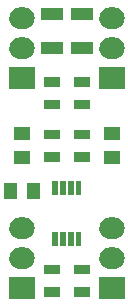
<source format=gbr>
G04 #@! TF.FileFunction,Soldermask,Top*
%FSLAX46Y46*%
G04 Gerber Fmt 4.6, Leading zero omitted, Abs format (unit mm)*
G04 Created by KiCad (PCBNEW 4.0.2-stable) date Friday, April 10, 2020 'PMt' 07:46:05 PM*
%MOMM*%
G01*
G04 APERTURE LIST*
%ADD10C,0.100000*%
G04 APERTURE END LIST*
D10*
G36*
X3607000Y1625400D02*
X1473000Y1625400D01*
X1473000Y3454600D01*
X3607000Y3454600D01*
X3607000Y1625400D01*
X3607000Y1625400D01*
G37*
G36*
X11227000Y1625400D02*
X9093000Y1625400D01*
X9093000Y3454600D01*
X11227000Y3454600D01*
X11227000Y1625400D01*
X11227000Y1625400D01*
G37*
G36*
X5781000Y1824000D02*
X4379000Y1824000D01*
X4379000Y2626000D01*
X5781000Y2626000D01*
X5781000Y1824000D01*
X5781000Y1824000D01*
G37*
G36*
X8321000Y1824000D02*
X6919000Y1824000D01*
X6919000Y2626000D01*
X8321000Y2626000D01*
X8321000Y1824000D01*
X8321000Y1824000D01*
G37*
G36*
X8321000Y3724000D02*
X6919000Y3724000D01*
X6919000Y4526000D01*
X8321000Y4526000D01*
X8321000Y3724000D01*
X8321000Y3724000D01*
G37*
G36*
X5781000Y3724000D02*
X4379000Y3724000D01*
X4379000Y4526000D01*
X5781000Y4526000D01*
X5781000Y3724000D01*
X5781000Y3724000D01*
G37*
G36*
X2708769Y5994522D02*
X2708770Y5994522D01*
X2710333Y5994511D01*
X2887719Y5974614D01*
X3057862Y5920641D01*
X3214282Y5834649D01*
X3351020Y5719912D01*
X3462868Y5580801D01*
X3545565Y5422615D01*
X3595963Y5251379D01*
X3595966Y5251348D01*
X3595967Y5251344D01*
X3612142Y5073613D01*
X3593488Y4896132D01*
X3593486Y4896127D01*
X3593483Y4896094D01*
X3540699Y4725578D01*
X3455801Y4568562D01*
X3342021Y4431027D01*
X3203695Y4318210D01*
X3046090Y4234410D01*
X2875210Y4182818D01*
X2697563Y4165400D01*
X2382377Y4165400D01*
X2371231Y4165478D01*
X2371230Y4165478D01*
X2369667Y4165489D01*
X2192281Y4185386D01*
X2022138Y4239359D01*
X1865718Y4325351D01*
X1728980Y4440088D01*
X1617132Y4579199D01*
X1534435Y4737385D01*
X1484037Y4908621D01*
X1484034Y4908652D01*
X1484033Y4908656D01*
X1467858Y5086387D01*
X1486512Y5263868D01*
X1486514Y5263873D01*
X1486517Y5263906D01*
X1539301Y5434422D01*
X1624199Y5591438D01*
X1737979Y5728973D01*
X1876305Y5841790D01*
X2033910Y5925590D01*
X2204790Y5977182D01*
X2382437Y5994600D01*
X2697623Y5994600D01*
X2708769Y5994522D01*
X2708769Y5994522D01*
G37*
G36*
X10328769Y5994522D02*
X10328770Y5994522D01*
X10330333Y5994511D01*
X10507719Y5974614D01*
X10677862Y5920641D01*
X10834282Y5834649D01*
X10971020Y5719912D01*
X11082868Y5580801D01*
X11165565Y5422615D01*
X11215963Y5251379D01*
X11215966Y5251348D01*
X11215967Y5251344D01*
X11232142Y5073613D01*
X11213488Y4896132D01*
X11213486Y4896127D01*
X11213483Y4896094D01*
X11160699Y4725578D01*
X11075801Y4568562D01*
X10962021Y4431027D01*
X10823695Y4318210D01*
X10666090Y4234410D01*
X10495210Y4182818D01*
X10317563Y4165400D01*
X10002377Y4165400D01*
X9991231Y4165478D01*
X9991230Y4165478D01*
X9989667Y4165489D01*
X9812281Y4185386D01*
X9642138Y4239359D01*
X9485718Y4325351D01*
X9348980Y4440088D01*
X9237132Y4579199D01*
X9154435Y4737385D01*
X9104037Y4908621D01*
X9104034Y4908652D01*
X9104033Y4908656D01*
X9087858Y5086387D01*
X9106512Y5263868D01*
X9106514Y5263873D01*
X9106517Y5263906D01*
X9159301Y5434422D01*
X9244199Y5591438D01*
X9357979Y5728973D01*
X9496305Y5841790D01*
X9653910Y5925590D01*
X9824790Y5977182D01*
X10002437Y5994600D01*
X10317623Y5994600D01*
X10328769Y5994522D01*
X10328769Y5994522D01*
G37*
G36*
X5626000Y6139000D02*
X5124000Y6139000D01*
X5124000Y7341000D01*
X5626000Y7341000D01*
X5626000Y6139000D01*
X5626000Y6139000D01*
G37*
G36*
X6276000Y6139000D02*
X5774000Y6139000D01*
X5774000Y7341000D01*
X6276000Y7341000D01*
X6276000Y6139000D01*
X6276000Y6139000D01*
G37*
G36*
X6926000Y6139000D02*
X6424000Y6139000D01*
X6424000Y7341000D01*
X6926000Y7341000D01*
X6926000Y6139000D01*
X6926000Y6139000D01*
G37*
G36*
X7576000Y6139000D02*
X7074000Y6139000D01*
X7074000Y7341000D01*
X7576000Y7341000D01*
X7576000Y6139000D01*
X7576000Y6139000D01*
G37*
G36*
X2708769Y8534522D02*
X2708770Y8534522D01*
X2710333Y8534511D01*
X2887719Y8514614D01*
X3057862Y8460641D01*
X3214282Y8374649D01*
X3351020Y8259912D01*
X3462868Y8120801D01*
X3545565Y7962615D01*
X3595963Y7791379D01*
X3595966Y7791348D01*
X3595967Y7791344D01*
X3612142Y7613613D01*
X3593488Y7436132D01*
X3593486Y7436127D01*
X3593483Y7436094D01*
X3540699Y7265578D01*
X3455801Y7108562D01*
X3342021Y6971027D01*
X3203695Y6858210D01*
X3046090Y6774410D01*
X2875210Y6722818D01*
X2697563Y6705400D01*
X2382377Y6705400D01*
X2371231Y6705478D01*
X2371230Y6705478D01*
X2369667Y6705489D01*
X2192281Y6725386D01*
X2022138Y6779359D01*
X1865718Y6865351D01*
X1728980Y6980088D01*
X1617132Y7119199D01*
X1534435Y7277385D01*
X1484037Y7448621D01*
X1484034Y7448652D01*
X1484033Y7448656D01*
X1467858Y7626387D01*
X1486512Y7803868D01*
X1486514Y7803873D01*
X1486517Y7803906D01*
X1539301Y7974422D01*
X1624199Y8131438D01*
X1737979Y8268973D01*
X1876305Y8381790D01*
X2033910Y8465590D01*
X2204790Y8517182D01*
X2382437Y8534600D01*
X2697623Y8534600D01*
X2708769Y8534522D01*
X2708769Y8534522D01*
G37*
G36*
X10328769Y8534522D02*
X10328770Y8534522D01*
X10330333Y8534511D01*
X10507719Y8514614D01*
X10677862Y8460641D01*
X10834282Y8374649D01*
X10971020Y8259912D01*
X11082868Y8120801D01*
X11165565Y7962615D01*
X11215963Y7791379D01*
X11215966Y7791348D01*
X11215967Y7791344D01*
X11232142Y7613613D01*
X11213488Y7436132D01*
X11213486Y7436127D01*
X11213483Y7436094D01*
X11160699Y7265578D01*
X11075801Y7108562D01*
X10962021Y6971027D01*
X10823695Y6858210D01*
X10666090Y6774410D01*
X10495210Y6722818D01*
X10317563Y6705400D01*
X10002377Y6705400D01*
X9991231Y6705478D01*
X9991230Y6705478D01*
X9989667Y6705489D01*
X9812281Y6725386D01*
X9642138Y6779359D01*
X9485718Y6865351D01*
X9348980Y6980088D01*
X9237132Y7119199D01*
X9154435Y7277385D01*
X9104037Y7448621D01*
X9104034Y7448652D01*
X9104033Y7448656D01*
X9087858Y7626387D01*
X9106512Y7803868D01*
X9106514Y7803873D01*
X9106517Y7803906D01*
X9159301Y7974422D01*
X9244199Y8131438D01*
X9357979Y8268973D01*
X9496305Y8381790D01*
X9653910Y8465590D01*
X9824790Y8517182D01*
X10002437Y8534600D01*
X10317623Y8534600D01*
X10328769Y8534522D01*
X10328769Y8534522D01*
G37*
G36*
X2091000Y10119000D02*
X989000Y10119000D01*
X989000Y11471000D01*
X2091000Y11471000D01*
X2091000Y10119000D01*
X2091000Y10119000D01*
G37*
G36*
X4091000Y10119000D02*
X2989000Y10119000D01*
X2989000Y11471000D01*
X4091000Y11471000D01*
X4091000Y10119000D01*
X4091000Y10119000D01*
G37*
G36*
X5626000Y10439000D02*
X5124000Y10439000D01*
X5124000Y11641000D01*
X5626000Y11641000D01*
X5626000Y10439000D01*
X5626000Y10439000D01*
G37*
G36*
X6276000Y10439000D02*
X5774000Y10439000D01*
X5774000Y11641000D01*
X6276000Y11641000D01*
X6276000Y10439000D01*
X6276000Y10439000D01*
G37*
G36*
X6926000Y10439000D02*
X6424000Y10439000D01*
X6424000Y11641000D01*
X6926000Y11641000D01*
X6926000Y10439000D01*
X6926000Y10439000D01*
G37*
G36*
X7576000Y10439000D02*
X7074000Y10439000D01*
X7074000Y11641000D01*
X7576000Y11641000D01*
X7576000Y10439000D01*
X7576000Y10439000D01*
G37*
G36*
X10836000Y13054000D02*
X9484000Y13054000D01*
X9484000Y14156000D01*
X10836000Y14156000D01*
X10836000Y13054000D01*
X10836000Y13054000D01*
G37*
G36*
X3216000Y13054000D02*
X1864000Y13054000D01*
X1864000Y14156000D01*
X3216000Y14156000D01*
X3216000Y13054000D01*
X3216000Y13054000D01*
G37*
G36*
X5781000Y13254000D02*
X4379000Y13254000D01*
X4379000Y14056000D01*
X5781000Y14056000D01*
X5781000Y13254000D01*
X5781000Y13254000D01*
G37*
G36*
X8321000Y13254000D02*
X6919000Y13254000D01*
X6919000Y14056000D01*
X8321000Y14056000D01*
X8321000Y13254000D01*
X8321000Y13254000D01*
G37*
G36*
X10836000Y15054000D02*
X9484000Y15054000D01*
X9484000Y16156000D01*
X10836000Y16156000D01*
X10836000Y15054000D01*
X10836000Y15054000D01*
G37*
G36*
X3216000Y15054000D02*
X1864000Y15054000D01*
X1864000Y16156000D01*
X3216000Y16156000D01*
X3216000Y15054000D01*
X3216000Y15054000D01*
G37*
G36*
X5781000Y15154000D02*
X4379000Y15154000D01*
X4379000Y15956000D01*
X5781000Y15956000D01*
X5781000Y15154000D01*
X5781000Y15154000D01*
G37*
G36*
X8321000Y15154000D02*
X6919000Y15154000D01*
X6919000Y15956000D01*
X8321000Y15956000D01*
X8321000Y15154000D01*
X8321000Y15154000D01*
G37*
G36*
X5781000Y17699000D02*
X4379000Y17699000D01*
X4379000Y18501000D01*
X5781000Y18501000D01*
X5781000Y17699000D01*
X5781000Y17699000D01*
G37*
G36*
X8321000Y17699000D02*
X6919000Y17699000D01*
X6919000Y18501000D01*
X8321000Y18501000D01*
X8321000Y17699000D01*
X8321000Y17699000D01*
G37*
G36*
X3607000Y19405400D02*
X1473000Y19405400D01*
X1473000Y21234600D01*
X3607000Y21234600D01*
X3607000Y19405400D01*
X3607000Y19405400D01*
G37*
G36*
X11227000Y19405400D02*
X9093000Y19405400D01*
X9093000Y21234600D01*
X11227000Y21234600D01*
X11227000Y19405400D01*
X11227000Y19405400D01*
G37*
G36*
X8321000Y19599000D02*
X6919000Y19599000D01*
X6919000Y20401000D01*
X8321000Y20401000D01*
X8321000Y19599000D01*
X8321000Y19599000D01*
G37*
G36*
X5781000Y19599000D02*
X4379000Y19599000D01*
X4379000Y20401000D01*
X5781000Y20401000D01*
X5781000Y19599000D01*
X5781000Y19599000D01*
G37*
G36*
X10328769Y23774522D02*
X10328770Y23774522D01*
X10330333Y23774511D01*
X10507719Y23754614D01*
X10677862Y23700641D01*
X10834282Y23614649D01*
X10971020Y23499912D01*
X11082868Y23360801D01*
X11165565Y23202615D01*
X11215963Y23031379D01*
X11215966Y23031348D01*
X11215967Y23031344D01*
X11232142Y22853613D01*
X11213488Y22676132D01*
X11213486Y22676127D01*
X11213483Y22676094D01*
X11160699Y22505578D01*
X11075801Y22348562D01*
X10962021Y22211027D01*
X10823695Y22098210D01*
X10666090Y22014410D01*
X10495210Y21962818D01*
X10317563Y21945400D01*
X10002377Y21945400D01*
X9991231Y21945478D01*
X9991230Y21945478D01*
X9989667Y21945489D01*
X9812281Y21965386D01*
X9642138Y22019359D01*
X9485718Y22105351D01*
X9348980Y22220088D01*
X9237132Y22359199D01*
X9154435Y22517385D01*
X9104037Y22688621D01*
X9104034Y22688652D01*
X9104033Y22688656D01*
X9087858Y22866387D01*
X9106512Y23043868D01*
X9106514Y23043873D01*
X9106517Y23043906D01*
X9159301Y23214422D01*
X9244199Y23371438D01*
X9357979Y23508973D01*
X9496305Y23621790D01*
X9653910Y23705590D01*
X9824790Y23757182D01*
X10002437Y23774600D01*
X10317623Y23774600D01*
X10328769Y23774522D01*
X10328769Y23774522D01*
G37*
G36*
X2708769Y23774522D02*
X2708770Y23774522D01*
X2710333Y23774511D01*
X2887719Y23754614D01*
X3057862Y23700641D01*
X3214282Y23614649D01*
X3351020Y23499912D01*
X3462868Y23360801D01*
X3545565Y23202615D01*
X3595963Y23031379D01*
X3595966Y23031348D01*
X3595967Y23031344D01*
X3612142Y22853613D01*
X3593488Y22676132D01*
X3593486Y22676127D01*
X3593483Y22676094D01*
X3540699Y22505578D01*
X3455801Y22348562D01*
X3342021Y22211027D01*
X3203695Y22098210D01*
X3046090Y22014410D01*
X2875210Y21962818D01*
X2697563Y21945400D01*
X2382377Y21945400D01*
X2371231Y21945478D01*
X2371230Y21945478D01*
X2369667Y21945489D01*
X2192281Y21965386D01*
X2022138Y22019359D01*
X1865718Y22105351D01*
X1728980Y22220088D01*
X1617132Y22359199D01*
X1534435Y22517385D01*
X1484037Y22688621D01*
X1484034Y22688652D01*
X1484033Y22688656D01*
X1467858Y22866387D01*
X1486512Y23043868D01*
X1486514Y23043873D01*
X1486517Y23043906D01*
X1539301Y23214422D01*
X1624199Y23371438D01*
X1737979Y23508973D01*
X1876305Y23621790D01*
X2033910Y23705590D01*
X2204790Y23757182D01*
X2382437Y23774600D01*
X2697623Y23774600D01*
X2708769Y23774522D01*
X2708769Y23774522D01*
G37*
G36*
X5981000Y22359000D02*
X4179000Y22359000D01*
X4179000Y23361000D01*
X5981000Y23361000D01*
X5981000Y22359000D01*
X5981000Y22359000D01*
G37*
G36*
X8521000Y22359000D02*
X6719000Y22359000D01*
X6719000Y23361000D01*
X8521000Y23361000D01*
X8521000Y22359000D01*
X8521000Y22359000D01*
G37*
G36*
X2708769Y26314522D02*
X2708770Y26314522D01*
X2710333Y26314511D01*
X2887719Y26294614D01*
X3057862Y26240641D01*
X3214282Y26154649D01*
X3351020Y26039912D01*
X3462868Y25900801D01*
X3545565Y25742615D01*
X3595963Y25571379D01*
X3595966Y25571348D01*
X3595967Y25571344D01*
X3612142Y25393613D01*
X3593488Y25216132D01*
X3593486Y25216127D01*
X3593483Y25216094D01*
X3540699Y25045578D01*
X3455801Y24888562D01*
X3342021Y24751027D01*
X3203695Y24638210D01*
X3046090Y24554410D01*
X2875210Y24502818D01*
X2697563Y24485400D01*
X2382377Y24485400D01*
X2371231Y24485478D01*
X2371230Y24485478D01*
X2369667Y24485489D01*
X2192281Y24505386D01*
X2022138Y24559359D01*
X1865718Y24645351D01*
X1728980Y24760088D01*
X1617132Y24899199D01*
X1534435Y25057385D01*
X1484037Y25228621D01*
X1484034Y25228652D01*
X1484033Y25228656D01*
X1467858Y25406387D01*
X1486512Y25583868D01*
X1486514Y25583873D01*
X1486517Y25583906D01*
X1539301Y25754422D01*
X1624199Y25911438D01*
X1737979Y26048973D01*
X1876305Y26161790D01*
X2033910Y26245590D01*
X2204790Y26297182D01*
X2382437Y26314600D01*
X2697623Y26314600D01*
X2708769Y26314522D01*
X2708769Y26314522D01*
G37*
G36*
X10328769Y26314522D02*
X10328770Y26314522D01*
X10330333Y26314511D01*
X10507719Y26294614D01*
X10677862Y26240641D01*
X10834282Y26154649D01*
X10971020Y26039912D01*
X11082868Y25900801D01*
X11165565Y25742615D01*
X11215963Y25571379D01*
X11215966Y25571348D01*
X11215967Y25571344D01*
X11232142Y25393613D01*
X11213488Y25216132D01*
X11213486Y25216127D01*
X11213483Y25216094D01*
X11160699Y25045578D01*
X11075801Y24888562D01*
X10962021Y24751027D01*
X10823695Y24638210D01*
X10666090Y24554410D01*
X10495210Y24502818D01*
X10317563Y24485400D01*
X10002377Y24485400D01*
X9991231Y24485478D01*
X9991230Y24485478D01*
X9989667Y24485489D01*
X9812281Y24505386D01*
X9642138Y24559359D01*
X9485718Y24645351D01*
X9348980Y24760088D01*
X9237132Y24899199D01*
X9154435Y25057385D01*
X9104037Y25228621D01*
X9104034Y25228652D01*
X9104033Y25228656D01*
X9087858Y25406387D01*
X9106512Y25583868D01*
X9106514Y25583873D01*
X9106517Y25583906D01*
X9159301Y25754422D01*
X9244199Y25911438D01*
X9357979Y26048973D01*
X9496305Y26161790D01*
X9653910Y26245590D01*
X9824790Y26297182D01*
X10002437Y26314600D01*
X10317623Y26314600D01*
X10328769Y26314522D01*
X10328769Y26314522D01*
G37*
G36*
X5981000Y25259000D02*
X4179000Y25259000D01*
X4179000Y26261000D01*
X5981000Y26261000D01*
X5981000Y25259000D01*
X5981000Y25259000D01*
G37*
G36*
X8521000Y25259000D02*
X6719000Y25259000D01*
X6719000Y26261000D01*
X8521000Y26261000D01*
X8521000Y25259000D01*
X8521000Y25259000D01*
G37*
M02*

</source>
